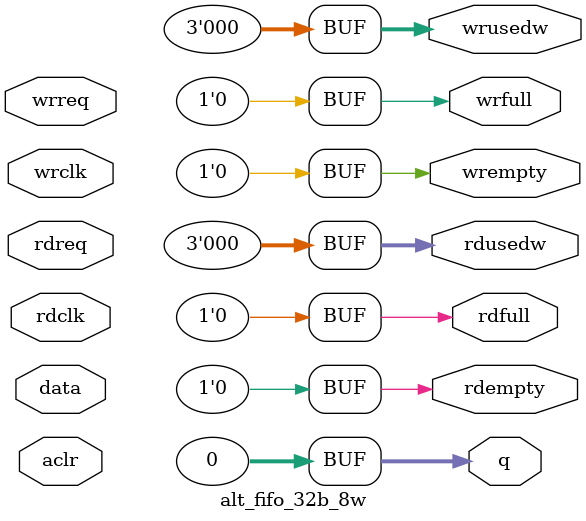
<source format=v>
module alt_fifo_32b_8w(	// file.cleaned.mlir:2:3
  input         aclr,	// file.cleaned.mlir:2:33
  input  [31:0] data,	// file.cleaned.mlir:2:48
  input         rdclk,	// file.cleaned.mlir:2:64
                rdreq,	// file.cleaned.mlir:2:80
                wrclk,	// file.cleaned.mlir:2:96
                wrreq,	// file.cleaned.mlir:2:112
  output [31:0] q,	// file.cleaned.mlir:2:129
  output        rdempty,	// file.cleaned.mlir:2:142
                rdfull,	// file.cleaned.mlir:2:160
  output [2:0]  rdusedw,	// file.cleaned.mlir:2:177
  output        wrempty,	// file.cleaned.mlir:2:195
                wrfull,	// file.cleaned.mlir:2:213
  output [2:0]  wrusedw	// file.cleaned.mlir:2:230
);

  assign q = 32'h0;	// file.cleaned.mlir:3:15, :6:5
  assign rdempty = 1'h0;	// file.cleaned.mlir:4:14, :6:5
  assign rdfull = 1'h0;	// file.cleaned.mlir:4:14, :6:5
  assign rdusedw = 3'h0;	// file.cleaned.mlir:5:14, :6:5
  assign wrempty = 1'h0;	// file.cleaned.mlir:4:14, :6:5
  assign wrfull = 1'h0;	// file.cleaned.mlir:4:14, :6:5
  assign wrusedw = 3'h0;	// file.cleaned.mlir:5:14, :6:5
endmodule


</source>
